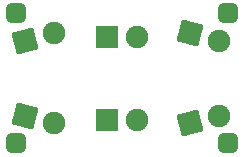
<source format=gbr>
%TF.GenerationSoftware,KiCad,Pcbnew,(7.0.0-0)*%
%TF.CreationDate,2023-03-05T10:41:00+01:00*%
%TF.ProjectId,FancyLight,46616e63-794c-4696-9768-742e6b696361,A*%
%TF.SameCoordinates,Original*%
%TF.FileFunction,Soldermask,Bot*%
%TF.FilePolarity,Negative*%
%FSLAX46Y46*%
G04 Gerber Fmt 4.6, Leading zero omitted, Abs format (unit mm)*
G04 Created by KiCad (PCBNEW (7.0.0-0)) date 2023-03-05 10:41:00*
%MOMM*%
%LPD*%
G01*
G04 APERTURE LIST*
G04 Aperture macros list*
%AMRoundRect*
0 Rectangle with rounded corners*
0 $1 Rounding radius*
0 $2 $3 $4 $5 $6 $7 $8 $9 X,Y pos of 4 corners*
0 Add a 4 corners polygon primitive as box body*
4,1,4,$2,$3,$4,$5,$6,$7,$8,$9,$2,$3,0*
0 Add four circle primitives for the rounded corners*
1,1,$1+$1,$2,$3*
1,1,$1+$1,$4,$5*
1,1,$1+$1,$6,$7*
1,1,$1+$1,$8,$9*
0 Add four rect primitives between the rounded corners*
20,1,$1+$1,$2,$3,$4,$5,0*
20,1,$1+$1,$4,$5,$6,$7,0*
20,1,$1+$1,$6,$7,$8,$9,0*
20,1,$1+$1,$8,$9,$2,$3,0*%
G04 Aperture macros list end*
%ADD10RoundRect,0.451000X-0.400000X-0.400000X0.400000X-0.400000X0.400000X0.400000X-0.400000X0.400000X0*%
%ADD11RoundRect,0.051000X-0.636396X-1.102270X1.102270X-0.636396X0.636396X1.102270X-1.102270X0.636396X0*%
%ADD12C,1.902000*%
%ADD13RoundRect,0.051000X-0.900000X-0.900000X0.900000X-0.900000X0.900000X0.900000X-0.900000X0.900000X0*%
%ADD14RoundRect,0.051000X-1.102270X-0.636396X0.636396X-1.102270X1.102270X0.636396X-0.636396X1.102270X0*%
G04 APERTURE END LIST*
D10*
X146000000Y-89000000D03*
X128000000Y-89000000D03*
X128000000Y-78000000D03*
X146000000Y-78000000D03*
D11*
X142773274Y-87328700D03*
D12*
X145226726Y-86671300D03*
D13*
X135730000Y-87000000D03*
D12*
X138270000Y-87000000D03*
D14*
X128773274Y-86671300D03*
D12*
X131226726Y-87328700D03*
D14*
X142773274Y-79671300D03*
D12*
X145226726Y-80328700D03*
D13*
X135730000Y-80000000D03*
D12*
X138270000Y-80000000D03*
D11*
X128773274Y-80328700D03*
D12*
X131226726Y-79671300D03*
M02*

</source>
